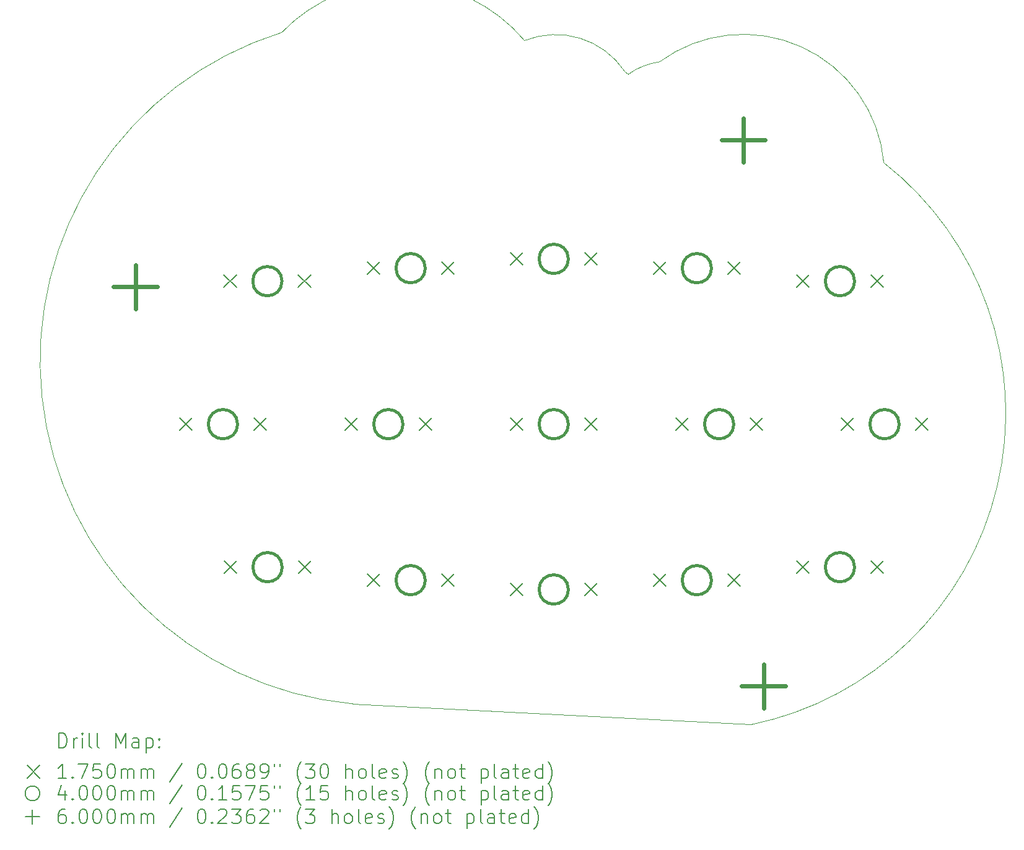
<source format=gbr>
%TF.GenerationSoftware,KiCad,Pcbnew,8.0.5-8.0.5-0~ubuntu22.04.1*%
%TF.CreationDate,2024-10-13T07:52:35-06:00*%
%TF.ProjectId,frogpad,66726f67-7061-4642-9e6b-696361645f70,rev?*%
%TF.SameCoordinates,Original*%
%TF.FileFunction,Drillmap*%
%TF.FilePolarity,Positive*%
%FSLAX45Y45*%
G04 Gerber Fmt 4.5, Leading zero omitted, Abs format (unit mm)*
G04 Created by KiCad (PCBNEW 8.0.5-8.0.5-0~ubuntu22.04.1) date 2024-10-13 07:52:35*
%MOMM*%
%LPD*%
G01*
G04 APERTURE LIST*
%ADD10C,0.100000*%
%ADD11C,0.200000*%
%ADD12C,0.175000*%
%ADD13C,0.400000*%
%ADD14C,0.600000*%
G04 APERTURE END LIST*
D10*
X17947787Y-6406427D02*
G75*
G02*
X16133500Y-14091382I-2682387J-3423373D01*
G01*
X14405086Y-5154933D02*
X14454931Y-5197400D01*
X14883813Y-5026267D02*
G75*
G02*
X17947787Y-6406427I1143587J-1552333D01*
G01*
X14454931Y-5197400D02*
G75*
G02*
X14883813Y-5026267I556469J-771600D01*
G01*
X9719368Y-4624958D02*
G75*
G02*
X13037157Y-4735854I1609032J-1547242D01*
G01*
X13037157Y-4735854D02*
G75*
G02*
X14405086Y-5154933I424843J-1055346D01*
G01*
X10689840Y-13806845D02*
G75*
G02*
X9719368Y-4624958I435360J4688245D01*
G01*
X16133500Y-14091382D02*
X10689840Y-13806845D01*
D11*
D12*
X8319900Y-9894700D02*
X8494900Y-10069700D01*
X8494900Y-9894700D02*
X8319900Y-10069700D01*
X8926960Y-7938900D02*
X9101960Y-8113900D01*
X9101960Y-7938900D02*
X8926960Y-8113900D01*
X8929500Y-11850500D02*
X9104500Y-12025500D01*
X9104500Y-11850500D02*
X8929500Y-12025500D01*
X9335900Y-9894700D02*
X9510900Y-10069700D01*
X9510900Y-9894700D02*
X9335900Y-10069700D01*
X9942960Y-7938900D02*
X10117960Y-8113900D01*
X10117960Y-7938900D02*
X9942960Y-8113900D01*
X9945500Y-11850500D02*
X10120500Y-12025500D01*
X10120500Y-11850500D02*
X9945500Y-12025500D01*
X10580500Y-9894700D02*
X10755500Y-10069700D01*
X10755500Y-9894700D02*
X10580500Y-10069700D01*
X10885300Y-7761100D02*
X11060300Y-7936100D01*
X11060300Y-7761100D02*
X10885300Y-7936100D01*
X10885300Y-12028300D02*
X11060300Y-12203300D01*
X11060300Y-12028300D02*
X10885300Y-12203300D01*
X11596500Y-9894700D02*
X11771500Y-10069700D01*
X11771500Y-9894700D02*
X11596500Y-10069700D01*
X11901300Y-7761100D02*
X12076300Y-7936100D01*
X12076300Y-7761100D02*
X11901300Y-7936100D01*
X11901300Y-12028300D02*
X12076300Y-12203300D01*
X12076300Y-12028300D02*
X11901300Y-12203300D01*
X12841100Y-7634100D02*
X13016100Y-7809100D01*
X13016100Y-7634100D02*
X12841100Y-7809100D01*
X12841100Y-9894700D02*
X13016100Y-10069700D01*
X13016100Y-9894700D02*
X12841100Y-10069700D01*
X12841100Y-12155300D02*
X13016100Y-12330300D01*
X13016100Y-12155300D02*
X12841100Y-12330300D01*
X13857100Y-7634100D02*
X14032100Y-7809100D01*
X14032100Y-7634100D02*
X13857100Y-7809100D01*
X13857100Y-9894700D02*
X14032100Y-10069700D01*
X14032100Y-9894700D02*
X13857100Y-10069700D01*
X13857100Y-12155300D02*
X14032100Y-12330300D01*
X14032100Y-12155300D02*
X13857100Y-12330300D01*
X14796900Y-7761100D02*
X14971900Y-7936100D01*
X14971900Y-7761100D02*
X14796900Y-7936100D01*
X14796900Y-12028300D02*
X14971900Y-12203300D01*
X14971900Y-12028300D02*
X14796900Y-12203300D01*
X15101700Y-9894700D02*
X15276700Y-10069700D01*
X15276700Y-9894700D02*
X15101700Y-10069700D01*
X15812900Y-7761100D02*
X15987900Y-7936100D01*
X15987900Y-7761100D02*
X15812900Y-7936100D01*
X15812900Y-12028300D02*
X15987900Y-12203300D01*
X15987900Y-12028300D02*
X15812900Y-12203300D01*
X16117700Y-9894700D02*
X16292700Y-10069700D01*
X16292700Y-9894700D02*
X16117700Y-10069700D01*
X16752700Y-7938900D02*
X16927700Y-8113900D01*
X16927700Y-7938900D02*
X16752700Y-8113900D01*
X16752700Y-11850500D02*
X16927700Y-12025500D01*
X16927700Y-11850500D02*
X16752700Y-12025500D01*
X17362300Y-9894700D02*
X17537300Y-10069700D01*
X17537300Y-9894700D02*
X17362300Y-10069700D01*
X17768700Y-7938900D02*
X17943700Y-8113900D01*
X17943700Y-7938900D02*
X17768700Y-8113900D01*
X17768700Y-11850500D02*
X17943700Y-12025500D01*
X17943700Y-11850500D02*
X17768700Y-12025500D01*
X18378300Y-9894700D02*
X18553300Y-10069700D01*
X18553300Y-9894700D02*
X18378300Y-10069700D01*
D13*
X9115400Y-9982200D02*
G75*
G02*
X8715400Y-9982200I-200000J0D01*
G01*
X8715400Y-9982200D02*
G75*
G02*
X9115400Y-9982200I200000J0D01*
G01*
X9722460Y-8026400D02*
G75*
G02*
X9322460Y-8026400I-200000J0D01*
G01*
X9322460Y-8026400D02*
G75*
G02*
X9722460Y-8026400I200000J0D01*
G01*
X9725000Y-11938000D02*
G75*
G02*
X9325000Y-11938000I-200000J0D01*
G01*
X9325000Y-11938000D02*
G75*
G02*
X9725000Y-11938000I200000J0D01*
G01*
X11376000Y-9982200D02*
G75*
G02*
X10976000Y-9982200I-200000J0D01*
G01*
X10976000Y-9982200D02*
G75*
G02*
X11376000Y-9982200I200000J0D01*
G01*
X11680800Y-7848600D02*
G75*
G02*
X11280800Y-7848600I-200000J0D01*
G01*
X11280800Y-7848600D02*
G75*
G02*
X11680800Y-7848600I200000J0D01*
G01*
X11680800Y-12115800D02*
G75*
G02*
X11280800Y-12115800I-200000J0D01*
G01*
X11280800Y-12115800D02*
G75*
G02*
X11680800Y-12115800I200000J0D01*
G01*
X13636600Y-7721600D02*
G75*
G02*
X13236600Y-7721600I-200000J0D01*
G01*
X13236600Y-7721600D02*
G75*
G02*
X13636600Y-7721600I200000J0D01*
G01*
X13636600Y-9982200D02*
G75*
G02*
X13236600Y-9982200I-200000J0D01*
G01*
X13236600Y-9982200D02*
G75*
G02*
X13636600Y-9982200I200000J0D01*
G01*
X13636600Y-12242800D02*
G75*
G02*
X13236600Y-12242800I-200000J0D01*
G01*
X13236600Y-12242800D02*
G75*
G02*
X13636600Y-12242800I200000J0D01*
G01*
X15592400Y-7848600D02*
G75*
G02*
X15192400Y-7848600I-200000J0D01*
G01*
X15192400Y-7848600D02*
G75*
G02*
X15592400Y-7848600I200000J0D01*
G01*
X15592400Y-12115800D02*
G75*
G02*
X15192400Y-12115800I-200000J0D01*
G01*
X15192400Y-12115800D02*
G75*
G02*
X15592400Y-12115800I200000J0D01*
G01*
X15897200Y-9982200D02*
G75*
G02*
X15497200Y-9982200I-200000J0D01*
G01*
X15497200Y-9982200D02*
G75*
G02*
X15897200Y-9982200I200000J0D01*
G01*
X17548200Y-8026400D02*
G75*
G02*
X17148200Y-8026400I-200000J0D01*
G01*
X17148200Y-8026400D02*
G75*
G02*
X17548200Y-8026400I200000J0D01*
G01*
X17548200Y-11938000D02*
G75*
G02*
X17148200Y-11938000I-200000J0D01*
G01*
X17148200Y-11938000D02*
G75*
G02*
X17548200Y-11938000I200000J0D01*
G01*
X18157800Y-9982200D02*
G75*
G02*
X17757800Y-9982200I-200000J0D01*
G01*
X17757800Y-9982200D02*
G75*
G02*
X18157800Y-9982200I200000J0D01*
G01*
D14*
X7721600Y-7802600D02*
X7721600Y-8402600D01*
X7421600Y-8102600D02*
X8021600Y-8102600D01*
X16028815Y-5796000D02*
X16028815Y-6396000D01*
X15728815Y-6096000D02*
X16328815Y-6096000D01*
X16306800Y-13265015D02*
X16306800Y-13865015D01*
X16006800Y-13565015D02*
X16606800Y-13565015D01*
D11*
X6672561Y-14407866D02*
X6672561Y-14207866D01*
X6672561Y-14207866D02*
X6720180Y-14207866D01*
X6720180Y-14207866D02*
X6748751Y-14217390D01*
X6748751Y-14217390D02*
X6767799Y-14236437D01*
X6767799Y-14236437D02*
X6777323Y-14255485D01*
X6777323Y-14255485D02*
X6786846Y-14293580D01*
X6786846Y-14293580D02*
X6786846Y-14322152D01*
X6786846Y-14322152D02*
X6777323Y-14360247D01*
X6777323Y-14360247D02*
X6767799Y-14379294D01*
X6767799Y-14379294D02*
X6748751Y-14398342D01*
X6748751Y-14398342D02*
X6720180Y-14407866D01*
X6720180Y-14407866D02*
X6672561Y-14407866D01*
X6872561Y-14407866D02*
X6872561Y-14274533D01*
X6872561Y-14312628D02*
X6882084Y-14293580D01*
X6882084Y-14293580D02*
X6891608Y-14284056D01*
X6891608Y-14284056D02*
X6910656Y-14274533D01*
X6910656Y-14274533D02*
X6929704Y-14274533D01*
X6996370Y-14407866D02*
X6996370Y-14274533D01*
X6996370Y-14207866D02*
X6986846Y-14217390D01*
X6986846Y-14217390D02*
X6996370Y-14226914D01*
X6996370Y-14226914D02*
X7005894Y-14217390D01*
X7005894Y-14217390D02*
X6996370Y-14207866D01*
X6996370Y-14207866D02*
X6996370Y-14226914D01*
X7120180Y-14407866D02*
X7101132Y-14398342D01*
X7101132Y-14398342D02*
X7091608Y-14379294D01*
X7091608Y-14379294D02*
X7091608Y-14207866D01*
X7224942Y-14407866D02*
X7205894Y-14398342D01*
X7205894Y-14398342D02*
X7196370Y-14379294D01*
X7196370Y-14379294D02*
X7196370Y-14207866D01*
X7453513Y-14407866D02*
X7453513Y-14207866D01*
X7453513Y-14207866D02*
X7520180Y-14350723D01*
X7520180Y-14350723D02*
X7586846Y-14207866D01*
X7586846Y-14207866D02*
X7586846Y-14407866D01*
X7767799Y-14407866D02*
X7767799Y-14303104D01*
X7767799Y-14303104D02*
X7758275Y-14284056D01*
X7758275Y-14284056D02*
X7739227Y-14274533D01*
X7739227Y-14274533D02*
X7701132Y-14274533D01*
X7701132Y-14274533D02*
X7682084Y-14284056D01*
X7767799Y-14398342D02*
X7748751Y-14407866D01*
X7748751Y-14407866D02*
X7701132Y-14407866D01*
X7701132Y-14407866D02*
X7682084Y-14398342D01*
X7682084Y-14398342D02*
X7672561Y-14379294D01*
X7672561Y-14379294D02*
X7672561Y-14360247D01*
X7672561Y-14360247D02*
X7682084Y-14341199D01*
X7682084Y-14341199D02*
X7701132Y-14331675D01*
X7701132Y-14331675D02*
X7748751Y-14331675D01*
X7748751Y-14331675D02*
X7767799Y-14322152D01*
X7863037Y-14274533D02*
X7863037Y-14474533D01*
X7863037Y-14284056D02*
X7882084Y-14274533D01*
X7882084Y-14274533D02*
X7920180Y-14274533D01*
X7920180Y-14274533D02*
X7939227Y-14284056D01*
X7939227Y-14284056D02*
X7948751Y-14293580D01*
X7948751Y-14293580D02*
X7958275Y-14312628D01*
X7958275Y-14312628D02*
X7958275Y-14369771D01*
X7958275Y-14369771D02*
X7948751Y-14388818D01*
X7948751Y-14388818D02*
X7939227Y-14398342D01*
X7939227Y-14398342D02*
X7920180Y-14407866D01*
X7920180Y-14407866D02*
X7882084Y-14407866D01*
X7882084Y-14407866D02*
X7863037Y-14398342D01*
X8043989Y-14388818D02*
X8053513Y-14398342D01*
X8053513Y-14398342D02*
X8043989Y-14407866D01*
X8043989Y-14407866D02*
X8034465Y-14398342D01*
X8034465Y-14398342D02*
X8043989Y-14388818D01*
X8043989Y-14388818D02*
X8043989Y-14407866D01*
X8043989Y-14284056D02*
X8053513Y-14293580D01*
X8053513Y-14293580D02*
X8043989Y-14303104D01*
X8043989Y-14303104D02*
X8034465Y-14293580D01*
X8034465Y-14293580D02*
X8043989Y-14284056D01*
X8043989Y-14284056D02*
X8043989Y-14303104D01*
D12*
X6236784Y-14648882D02*
X6411784Y-14823882D01*
X6411784Y-14648882D02*
X6236784Y-14823882D01*
D11*
X6777323Y-14827866D02*
X6663037Y-14827866D01*
X6720180Y-14827866D02*
X6720180Y-14627866D01*
X6720180Y-14627866D02*
X6701132Y-14656437D01*
X6701132Y-14656437D02*
X6682084Y-14675485D01*
X6682084Y-14675485D02*
X6663037Y-14685009D01*
X6863037Y-14808818D02*
X6872561Y-14818342D01*
X6872561Y-14818342D02*
X6863037Y-14827866D01*
X6863037Y-14827866D02*
X6853513Y-14818342D01*
X6853513Y-14818342D02*
X6863037Y-14808818D01*
X6863037Y-14808818D02*
X6863037Y-14827866D01*
X6939227Y-14627866D02*
X7072561Y-14627866D01*
X7072561Y-14627866D02*
X6986846Y-14827866D01*
X7243989Y-14627866D02*
X7148751Y-14627866D01*
X7148751Y-14627866D02*
X7139227Y-14723104D01*
X7139227Y-14723104D02*
X7148751Y-14713580D01*
X7148751Y-14713580D02*
X7167799Y-14704056D01*
X7167799Y-14704056D02*
X7215418Y-14704056D01*
X7215418Y-14704056D02*
X7234465Y-14713580D01*
X7234465Y-14713580D02*
X7243989Y-14723104D01*
X7243989Y-14723104D02*
X7253513Y-14742152D01*
X7253513Y-14742152D02*
X7253513Y-14789771D01*
X7253513Y-14789771D02*
X7243989Y-14808818D01*
X7243989Y-14808818D02*
X7234465Y-14818342D01*
X7234465Y-14818342D02*
X7215418Y-14827866D01*
X7215418Y-14827866D02*
X7167799Y-14827866D01*
X7167799Y-14827866D02*
X7148751Y-14818342D01*
X7148751Y-14818342D02*
X7139227Y-14808818D01*
X7377323Y-14627866D02*
X7396370Y-14627866D01*
X7396370Y-14627866D02*
X7415418Y-14637390D01*
X7415418Y-14637390D02*
X7424942Y-14646914D01*
X7424942Y-14646914D02*
X7434465Y-14665961D01*
X7434465Y-14665961D02*
X7443989Y-14704056D01*
X7443989Y-14704056D02*
X7443989Y-14751675D01*
X7443989Y-14751675D02*
X7434465Y-14789771D01*
X7434465Y-14789771D02*
X7424942Y-14808818D01*
X7424942Y-14808818D02*
X7415418Y-14818342D01*
X7415418Y-14818342D02*
X7396370Y-14827866D01*
X7396370Y-14827866D02*
X7377323Y-14827866D01*
X7377323Y-14827866D02*
X7358275Y-14818342D01*
X7358275Y-14818342D02*
X7348751Y-14808818D01*
X7348751Y-14808818D02*
X7339227Y-14789771D01*
X7339227Y-14789771D02*
X7329704Y-14751675D01*
X7329704Y-14751675D02*
X7329704Y-14704056D01*
X7329704Y-14704056D02*
X7339227Y-14665961D01*
X7339227Y-14665961D02*
X7348751Y-14646914D01*
X7348751Y-14646914D02*
X7358275Y-14637390D01*
X7358275Y-14637390D02*
X7377323Y-14627866D01*
X7529704Y-14827866D02*
X7529704Y-14694533D01*
X7529704Y-14713580D02*
X7539227Y-14704056D01*
X7539227Y-14704056D02*
X7558275Y-14694533D01*
X7558275Y-14694533D02*
X7586846Y-14694533D01*
X7586846Y-14694533D02*
X7605894Y-14704056D01*
X7605894Y-14704056D02*
X7615418Y-14723104D01*
X7615418Y-14723104D02*
X7615418Y-14827866D01*
X7615418Y-14723104D02*
X7624942Y-14704056D01*
X7624942Y-14704056D02*
X7643989Y-14694533D01*
X7643989Y-14694533D02*
X7672561Y-14694533D01*
X7672561Y-14694533D02*
X7691608Y-14704056D01*
X7691608Y-14704056D02*
X7701132Y-14723104D01*
X7701132Y-14723104D02*
X7701132Y-14827866D01*
X7796370Y-14827866D02*
X7796370Y-14694533D01*
X7796370Y-14713580D02*
X7805894Y-14704056D01*
X7805894Y-14704056D02*
X7824942Y-14694533D01*
X7824942Y-14694533D02*
X7853513Y-14694533D01*
X7853513Y-14694533D02*
X7872561Y-14704056D01*
X7872561Y-14704056D02*
X7882085Y-14723104D01*
X7882085Y-14723104D02*
X7882085Y-14827866D01*
X7882085Y-14723104D02*
X7891608Y-14704056D01*
X7891608Y-14704056D02*
X7910656Y-14694533D01*
X7910656Y-14694533D02*
X7939227Y-14694533D01*
X7939227Y-14694533D02*
X7958275Y-14704056D01*
X7958275Y-14704056D02*
X7967799Y-14723104D01*
X7967799Y-14723104D02*
X7967799Y-14827866D01*
X8358275Y-14618342D02*
X8186847Y-14875485D01*
X8615418Y-14627866D02*
X8634466Y-14627866D01*
X8634466Y-14627866D02*
X8653513Y-14637390D01*
X8653513Y-14637390D02*
X8663037Y-14646914D01*
X8663037Y-14646914D02*
X8672561Y-14665961D01*
X8672561Y-14665961D02*
X8682085Y-14704056D01*
X8682085Y-14704056D02*
X8682085Y-14751675D01*
X8682085Y-14751675D02*
X8672561Y-14789771D01*
X8672561Y-14789771D02*
X8663037Y-14808818D01*
X8663037Y-14808818D02*
X8653513Y-14818342D01*
X8653513Y-14818342D02*
X8634466Y-14827866D01*
X8634466Y-14827866D02*
X8615418Y-14827866D01*
X8615418Y-14827866D02*
X8596370Y-14818342D01*
X8596370Y-14818342D02*
X8586847Y-14808818D01*
X8586847Y-14808818D02*
X8577323Y-14789771D01*
X8577323Y-14789771D02*
X8567799Y-14751675D01*
X8567799Y-14751675D02*
X8567799Y-14704056D01*
X8567799Y-14704056D02*
X8577323Y-14665961D01*
X8577323Y-14665961D02*
X8586847Y-14646914D01*
X8586847Y-14646914D02*
X8596370Y-14637390D01*
X8596370Y-14637390D02*
X8615418Y-14627866D01*
X8767799Y-14808818D02*
X8777323Y-14818342D01*
X8777323Y-14818342D02*
X8767799Y-14827866D01*
X8767799Y-14827866D02*
X8758275Y-14818342D01*
X8758275Y-14818342D02*
X8767799Y-14808818D01*
X8767799Y-14808818D02*
X8767799Y-14827866D01*
X8901132Y-14627866D02*
X8920180Y-14627866D01*
X8920180Y-14627866D02*
X8939228Y-14637390D01*
X8939228Y-14637390D02*
X8948751Y-14646914D01*
X8948751Y-14646914D02*
X8958275Y-14665961D01*
X8958275Y-14665961D02*
X8967799Y-14704056D01*
X8967799Y-14704056D02*
X8967799Y-14751675D01*
X8967799Y-14751675D02*
X8958275Y-14789771D01*
X8958275Y-14789771D02*
X8948751Y-14808818D01*
X8948751Y-14808818D02*
X8939228Y-14818342D01*
X8939228Y-14818342D02*
X8920180Y-14827866D01*
X8920180Y-14827866D02*
X8901132Y-14827866D01*
X8901132Y-14827866D02*
X8882085Y-14818342D01*
X8882085Y-14818342D02*
X8872561Y-14808818D01*
X8872561Y-14808818D02*
X8863037Y-14789771D01*
X8863037Y-14789771D02*
X8853513Y-14751675D01*
X8853513Y-14751675D02*
X8853513Y-14704056D01*
X8853513Y-14704056D02*
X8863037Y-14665961D01*
X8863037Y-14665961D02*
X8872561Y-14646914D01*
X8872561Y-14646914D02*
X8882085Y-14637390D01*
X8882085Y-14637390D02*
X8901132Y-14627866D01*
X9139228Y-14627866D02*
X9101132Y-14627866D01*
X9101132Y-14627866D02*
X9082085Y-14637390D01*
X9082085Y-14637390D02*
X9072561Y-14646914D01*
X9072561Y-14646914D02*
X9053513Y-14675485D01*
X9053513Y-14675485D02*
X9043990Y-14713580D01*
X9043990Y-14713580D02*
X9043990Y-14789771D01*
X9043990Y-14789771D02*
X9053513Y-14808818D01*
X9053513Y-14808818D02*
X9063037Y-14818342D01*
X9063037Y-14818342D02*
X9082085Y-14827866D01*
X9082085Y-14827866D02*
X9120180Y-14827866D01*
X9120180Y-14827866D02*
X9139228Y-14818342D01*
X9139228Y-14818342D02*
X9148751Y-14808818D01*
X9148751Y-14808818D02*
X9158275Y-14789771D01*
X9158275Y-14789771D02*
X9158275Y-14742152D01*
X9158275Y-14742152D02*
X9148751Y-14723104D01*
X9148751Y-14723104D02*
X9139228Y-14713580D01*
X9139228Y-14713580D02*
X9120180Y-14704056D01*
X9120180Y-14704056D02*
X9082085Y-14704056D01*
X9082085Y-14704056D02*
X9063037Y-14713580D01*
X9063037Y-14713580D02*
X9053513Y-14723104D01*
X9053513Y-14723104D02*
X9043990Y-14742152D01*
X9272561Y-14713580D02*
X9253513Y-14704056D01*
X9253513Y-14704056D02*
X9243990Y-14694533D01*
X9243990Y-14694533D02*
X9234466Y-14675485D01*
X9234466Y-14675485D02*
X9234466Y-14665961D01*
X9234466Y-14665961D02*
X9243990Y-14646914D01*
X9243990Y-14646914D02*
X9253513Y-14637390D01*
X9253513Y-14637390D02*
X9272561Y-14627866D01*
X9272561Y-14627866D02*
X9310656Y-14627866D01*
X9310656Y-14627866D02*
X9329704Y-14637390D01*
X9329704Y-14637390D02*
X9339228Y-14646914D01*
X9339228Y-14646914D02*
X9348751Y-14665961D01*
X9348751Y-14665961D02*
X9348751Y-14675485D01*
X9348751Y-14675485D02*
X9339228Y-14694533D01*
X9339228Y-14694533D02*
X9329704Y-14704056D01*
X9329704Y-14704056D02*
X9310656Y-14713580D01*
X9310656Y-14713580D02*
X9272561Y-14713580D01*
X9272561Y-14713580D02*
X9253513Y-14723104D01*
X9253513Y-14723104D02*
X9243990Y-14732628D01*
X9243990Y-14732628D02*
X9234466Y-14751675D01*
X9234466Y-14751675D02*
X9234466Y-14789771D01*
X9234466Y-14789771D02*
X9243990Y-14808818D01*
X9243990Y-14808818D02*
X9253513Y-14818342D01*
X9253513Y-14818342D02*
X9272561Y-14827866D01*
X9272561Y-14827866D02*
X9310656Y-14827866D01*
X9310656Y-14827866D02*
X9329704Y-14818342D01*
X9329704Y-14818342D02*
X9339228Y-14808818D01*
X9339228Y-14808818D02*
X9348751Y-14789771D01*
X9348751Y-14789771D02*
X9348751Y-14751675D01*
X9348751Y-14751675D02*
X9339228Y-14732628D01*
X9339228Y-14732628D02*
X9329704Y-14723104D01*
X9329704Y-14723104D02*
X9310656Y-14713580D01*
X9443990Y-14827866D02*
X9482085Y-14827866D01*
X9482085Y-14827866D02*
X9501132Y-14818342D01*
X9501132Y-14818342D02*
X9510656Y-14808818D01*
X9510656Y-14808818D02*
X9529704Y-14780247D01*
X9529704Y-14780247D02*
X9539228Y-14742152D01*
X9539228Y-14742152D02*
X9539228Y-14665961D01*
X9539228Y-14665961D02*
X9529704Y-14646914D01*
X9529704Y-14646914D02*
X9520180Y-14637390D01*
X9520180Y-14637390D02*
X9501132Y-14627866D01*
X9501132Y-14627866D02*
X9463037Y-14627866D01*
X9463037Y-14627866D02*
X9443990Y-14637390D01*
X9443990Y-14637390D02*
X9434466Y-14646914D01*
X9434466Y-14646914D02*
X9424942Y-14665961D01*
X9424942Y-14665961D02*
X9424942Y-14713580D01*
X9424942Y-14713580D02*
X9434466Y-14732628D01*
X9434466Y-14732628D02*
X9443990Y-14742152D01*
X9443990Y-14742152D02*
X9463037Y-14751675D01*
X9463037Y-14751675D02*
X9501132Y-14751675D01*
X9501132Y-14751675D02*
X9520180Y-14742152D01*
X9520180Y-14742152D02*
X9529704Y-14732628D01*
X9529704Y-14732628D02*
X9539228Y-14713580D01*
X9615418Y-14627866D02*
X9615418Y-14665961D01*
X9691609Y-14627866D02*
X9691609Y-14665961D01*
X9986847Y-14904056D02*
X9977323Y-14894533D01*
X9977323Y-14894533D02*
X9958275Y-14865961D01*
X9958275Y-14865961D02*
X9948752Y-14846914D01*
X9948752Y-14846914D02*
X9939228Y-14818342D01*
X9939228Y-14818342D02*
X9929704Y-14770723D01*
X9929704Y-14770723D02*
X9929704Y-14732628D01*
X9929704Y-14732628D02*
X9939228Y-14685009D01*
X9939228Y-14685009D02*
X9948752Y-14656437D01*
X9948752Y-14656437D02*
X9958275Y-14637390D01*
X9958275Y-14637390D02*
X9977323Y-14608818D01*
X9977323Y-14608818D02*
X9986847Y-14599294D01*
X10043990Y-14627866D02*
X10167799Y-14627866D01*
X10167799Y-14627866D02*
X10101132Y-14704056D01*
X10101132Y-14704056D02*
X10129704Y-14704056D01*
X10129704Y-14704056D02*
X10148752Y-14713580D01*
X10148752Y-14713580D02*
X10158275Y-14723104D01*
X10158275Y-14723104D02*
X10167799Y-14742152D01*
X10167799Y-14742152D02*
X10167799Y-14789771D01*
X10167799Y-14789771D02*
X10158275Y-14808818D01*
X10158275Y-14808818D02*
X10148752Y-14818342D01*
X10148752Y-14818342D02*
X10129704Y-14827866D01*
X10129704Y-14827866D02*
X10072561Y-14827866D01*
X10072561Y-14827866D02*
X10053513Y-14818342D01*
X10053513Y-14818342D02*
X10043990Y-14808818D01*
X10291609Y-14627866D02*
X10310656Y-14627866D01*
X10310656Y-14627866D02*
X10329704Y-14637390D01*
X10329704Y-14637390D02*
X10339228Y-14646914D01*
X10339228Y-14646914D02*
X10348752Y-14665961D01*
X10348752Y-14665961D02*
X10358275Y-14704056D01*
X10358275Y-14704056D02*
X10358275Y-14751675D01*
X10358275Y-14751675D02*
X10348752Y-14789771D01*
X10348752Y-14789771D02*
X10339228Y-14808818D01*
X10339228Y-14808818D02*
X10329704Y-14818342D01*
X10329704Y-14818342D02*
X10310656Y-14827866D01*
X10310656Y-14827866D02*
X10291609Y-14827866D01*
X10291609Y-14827866D02*
X10272561Y-14818342D01*
X10272561Y-14818342D02*
X10263037Y-14808818D01*
X10263037Y-14808818D02*
X10253513Y-14789771D01*
X10253513Y-14789771D02*
X10243990Y-14751675D01*
X10243990Y-14751675D02*
X10243990Y-14704056D01*
X10243990Y-14704056D02*
X10253513Y-14665961D01*
X10253513Y-14665961D02*
X10263037Y-14646914D01*
X10263037Y-14646914D02*
X10272561Y-14637390D01*
X10272561Y-14637390D02*
X10291609Y-14627866D01*
X10596371Y-14827866D02*
X10596371Y-14627866D01*
X10682085Y-14827866D02*
X10682085Y-14723104D01*
X10682085Y-14723104D02*
X10672561Y-14704056D01*
X10672561Y-14704056D02*
X10653514Y-14694533D01*
X10653514Y-14694533D02*
X10624942Y-14694533D01*
X10624942Y-14694533D02*
X10605894Y-14704056D01*
X10605894Y-14704056D02*
X10596371Y-14713580D01*
X10805894Y-14827866D02*
X10786847Y-14818342D01*
X10786847Y-14818342D02*
X10777323Y-14808818D01*
X10777323Y-14808818D02*
X10767799Y-14789771D01*
X10767799Y-14789771D02*
X10767799Y-14732628D01*
X10767799Y-14732628D02*
X10777323Y-14713580D01*
X10777323Y-14713580D02*
X10786847Y-14704056D01*
X10786847Y-14704056D02*
X10805894Y-14694533D01*
X10805894Y-14694533D02*
X10834466Y-14694533D01*
X10834466Y-14694533D02*
X10853514Y-14704056D01*
X10853514Y-14704056D02*
X10863037Y-14713580D01*
X10863037Y-14713580D02*
X10872561Y-14732628D01*
X10872561Y-14732628D02*
X10872561Y-14789771D01*
X10872561Y-14789771D02*
X10863037Y-14808818D01*
X10863037Y-14808818D02*
X10853514Y-14818342D01*
X10853514Y-14818342D02*
X10834466Y-14827866D01*
X10834466Y-14827866D02*
X10805894Y-14827866D01*
X10986847Y-14827866D02*
X10967799Y-14818342D01*
X10967799Y-14818342D02*
X10958275Y-14799294D01*
X10958275Y-14799294D02*
X10958275Y-14627866D01*
X11139228Y-14818342D02*
X11120180Y-14827866D01*
X11120180Y-14827866D02*
X11082085Y-14827866D01*
X11082085Y-14827866D02*
X11063037Y-14818342D01*
X11063037Y-14818342D02*
X11053514Y-14799294D01*
X11053514Y-14799294D02*
X11053514Y-14723104D01*
X11053514Y-14723104D02*
X11063037Y-14704056D01*
X11063037Y-14704056D02*
X11082085Y-14694533D01*
X11082085Y-14694533D02*
X11120180Y-14694533D01*
X11120180Y-14694533D02*
X11139228Y-14704056D01*
X11139228Y-14704056D02*
X11148752Y-14723104D01*
X11148752Y-14723104D02*
X11148752Y-14742152D01*
X11148752Y-14742152D02*
X11053514Y-14761199D01*
X11224942Y-14818342D02*
X11243990Y-14827866D01*
X11243990Y-14827866D02*
X11282085Y-14827866D01*
X11282085Y-14827866D02*
X11301133Y-14818342D01*
X11301133Y-14818342D02*
X11310656Y-14799294D01*
X11310656Y-14799294D02*
X11310656Y-14789771D01*
X11310656Y-14789771D02*
X11301133Y-14770723D01*
X11301133Y-14770723D02*
X11282085Y-14761199D01*
X11282085Y-14761199D02*
X11253513Y-14761199D01*
X11253513Y-14761199D02*
X11234466Y-14751675D01*
X11234466Y-14751675D02*
X11224942Y-14732628D01*
X11224942Y-14732628D02*
X11224942Y-14723104D01*
X11224942Y-14723104D02*
X11234466Y-14704056D01*
X11234466Y-14704056D02*
X11253513Y-14694533D01*
X11253513Y-14694533D02*
X11282085Y-14694533D01*
X11282085Y-14694533D02*
X11301133Y-14704056D01*
X11377323Y-14904056D02*
X11386847Y-14894533D01*
X11386847Y-14894533D02*
X11405894Y-14865961D01*
X11405894Y-14865961D02*
X11415418Y-14846914D01*
X11415418Y-14846914D02*
X11424942Y-14818342D01*
X11424942Y-14818342D02*
X11434466Y-14770723D01*
X11434466Y-14770723D02*
X11434466Y-14732628D01*
X11434466Y-14732628D02*
X11424942Y-14685009D01*
X11424942Y-14685009D02*
X11415418Y-14656437D01*
X11415418Y-14656437D02*
X11405894Y-14637390D01*
X11405894Y-14637390D02*
X11386847Y-14608818D01*
X11386847Y-14608818D02*
X11377323Y-14599294D01*
X11739228Y-14904056D02*
X11729704Y-14894533D01*
X11729704Y-14894533D02*
X11710656Y-14865961D01*
X11710656Y-14865961D02*
X11701133Y-14846914D01*
X11701133Y-14846914D02*
X11691609Y-14818342D01*
X11691609Y-14818342D02*
X11682085Y-14770723D01*
X11682085Y-14770723D02*
X11682085Y-14732628D01*
X11682085Y-14732628D02*
X11691609Y-14685009D01*
X11691609Y-14685009D02*
X11701133Y-14656437D01*
X11701133Y-14656437D02*
X11710656Y-14637390D01*
X11710656Y-14637390D02*
X11729704Y-14608818D01*
X11729704Y-14608818D02*
X11739228Y-14599294D01*
X11815418Y-14694533D02*
X11815418Y-14827866D01*
X11815418Y-14713580D02*
X11824942Y-14704056D01*
X11824942Y-14704056D02*
X11843990Y-14694533D01*
X11843990Y-14694533D02*
X11872561Y-14694533D01*
X11872561Y-14694533D02*
X11891609Y-14704056D01*
X11891609Y-14704056D02*
X11901133Y-14723104D01*
X11901133Y-14723104D02*
X11901133Y-14827866D01*
X12024942Y-14827866D02*
X12005894Y-14818342D01*
X12005894Y-14818342D02*
X11996371Y-14808818D01*
X11996371Y-14808818D02*
X11986847Y-14789771D01*
X11986847Y-14789771D02*
X11986847Y-14732628D01*
X11986847Y-14732628D02*
X11996371Y-14713580D01*
X11996371Y-14713580D02*
X12005894Y-14704056D01*
X12005894Y-14704056D02*
X12024942Y-14694533D01*
X12024942Y-14694533D02*
X12053514Y-14694533D01*
X12053514Y-14694533D02*
X12072561Y-14704056D01*
X12072561Y-14704056D02*
X12082085Y-14713580D01*
X12082085Y-14713580D02*
X12091609Y-14732628D01*
X12091609Y-14732628D02*
X12091609Y-14789771D01*
X12091609Y-14789771D02*
X12082085Y-14808818D01*
X12082085Y-14808818D02*
X12072561Y-14818342D01*
X12072561Y-14818342D02*
X12053514Y-14827866D01*
X12053514Y-14827866D02*
X12024942Y-14827866D01*
X12148752Y-14694533D02*
X12224942Y-14694533D01*
X12177323Y-14627866D02*
X12177323Y-14799294D01*
X12177323Y-14799294D02*
X12186847Y-14818342D01*
X12186847Y-14818342D02*
X12205894Y-14827866D01*
X12205894Y-14827866D02*
X12224942Y-14827866D01*
X12443990Y-14694533D02*
X12443990Y-14894533D01*
X12443990Y-14704056D02*
X12463037Y-14694533D01*
X12463037Y-14694533D02*
X12501133Y-14694533D01*
X12501133Y-14694533D02*
X12520180Y-14704056D01*
X12520180Y-14704056D02*
X12529704Y-14713580D01*
X12529704Y-14713580D02*
X12539228Y-14732628D01*
X12539228Y-14732628D02*
X12539228Y-14789771D01*
X12539228Y-14789771D02*
X12529704Y-14808818D01*
X12529704Y-14808818D02*
X12520180Y-14818342D01*
X12520180Y-14818342D02*
X12501133Y-14827866D01*
X12501133Y-14827866D02*
X12463037Y-14827866D01*
X12463037Y-14827866D02*
X12443990Y-14818342D01*
X12653514Y-14827866D02*
X12634466Y-14818342D01*
X12634466Y-14818342D02*
X12624942Y-14799294D01*
X12624942Y-14799294D02*
X12624942Y-14627866D01*
X12815418Y-14827866D02*
X12815418Y-14723104D01*
X12815418Y-14723104D02*
X12805895Y-14704056D01*
X12805895Y-14704056D02*
X12786847Y-14694533D01*
X12786847Y-14694533D02*
X12748752Y-14694533D01*
X12748752Y-14694533D02*
X12729704Y-14704056D01*
X12815418Y-14818342D02*
X12796371Y-14827866D01*
X12796371Y-14827866D02*
X12748752Y-14827866D01*
X12748752Y-14827866D02*
X12729704Y-14818342D01*
X12729704Y-14818342D02*
X12720180Y-14799294D01*
X12720180Y-14799294D02*
X12720180Y-14780247D01*
X12720180Y-14780247D02*
X12729704Y-14761199D01*
X12729704Y-14761199D02*
X12748752Y-14751675D01*
X12748752Y-14751675D02*
X12796371Y-14751675D01*
X12796371Y-14751675D02*
X12815418Y-14742152D01*
X12882085Y-14694533D02*
X12958275Y-14694533D01*
X12910656Y-14627866D02*
X12910656Y-14799294D01*
X12910656Y-14799294D02*
X12920180Y-14818342D01*
X12920180Y-14818342D02*
X12939228Y-14827866D01*
X12939228Y-14827866D02*
X12958275Y-14827866D01*
X13101133Y-14818342D02*
X13082085Y-14827866D01*
X13082085Y-14827866D02*
X13043990Y-14827866D01*
X13043990Y-14827866D02*
X13024942Y-14818342D01*
X13024942Y-14818342D02*
X13015418Y-14799294D01*
X13015418Y-14799294D02*
X13015418Y-14723104D01*
X13015418Y-14723104D02*
X13024942Y-14704056D01*
X13024942Y-14704056D02*
X13043990Y-14694533D01*
X13043990Y-14694533D02*
X13082085Y-14694533D01*
X13082085Y-14694533D02*
X13101133Y-14704056D01*
X13101133Y-14704056D02*
X13110656Y-14723104D01*
X13110656Y-14723104D02*
X13110656Y-14742152D01*
X13110656Y-14742152D02*
X13015418Y-14761199D01*
X13282085Y-14827866D02*
X13282085Y-14627866D01*
X13282085Y-14818342D02*
X13263037Y-14827866D01*
X13263037Y-14827866D02*
X13224942Y-14827866D01*
X13224942Y-14827866D02*
X13205895Y-14818342D01*
X13205895Y-14818342D02*
X13196371Y-14808818D01*
X13196371Y-14808818D02*
X13186847Y-14789771D01*
X13186847Y-14789771D02*
X13186847Y-14732628D01*
X13186847Y-14732628D02*
X13196371Y-14713580D01*
X13196371Y-14713580D02*
X13205895Y-14704056D01*
X13205895Y-14704056D02*
X13224942Y-14694533D01*
X13224942Y-14694533D02*
X13263037Y-14694533D01*
X13263037Y-14694533D02*
X13282085Y-14704056D01*
X13358276Y-14904056D02*
X13367799Y-14894533D01*
X13367799Y-14894533D02*
X13386847Y-14865961D01*
X13386847Y-14865961D02*
X13396371Y-14846914D01*
X13396371Y-14846914D02*
X13405895Y-14818342D01*
X13405895Y-14818342D02*
X13415418Y-14770723D01*
X13415418Y-14770723D02*
X13415418Y-14732628D01*
X13415418Y-14732628D02*
X13405895Y-14685009D01*
X13405895Y-14685009D02*
X13396371Y-14656437D01*
X13396371Y-14656437D02*
X13386847Y-14637390D01*
X13386847Y-14637390D02*
X13367799Y-14608818D01*
X13367799Y-14608818D02*
X13358276Y-14599294D01*
X6411784Y-15031382D02*
G75*
G02*
X6211784Y-15031382I-100000J0D01*
G01*
X6211784Y-15031382D02*
G75*
G02*
X6411784Y-15031382I100000J0D01*
G01*
X6758275Y-14989533D02*
X6758275Y-15122866D01*
X6710656Y-14913342D02*
X6663037Y-15056199D01*
X6663037Y-15056199D02*
X6786846Y-15056199D01*
X6863037Y-15103818D02*
X6872561Y-15113342D01*
X6872561Y-15113342D02*
X6863037Y-15122866D01*
X6863037Y-15122866D02*
X6853513Y-15113342D01*
X6853513Y-15113342D02*
X6863037Y-15103818D01*
X6863037Y-15103818D02*
X6863037Y-15122866D01*
X6996370Y-14922866D02*
X7015418Y-14922866D01*
X7015418Y-14922866D02*
X7034465Y-14932390D01*
X7034465Y-14932390D02*
X7043989Y-14941914D01*
X7043989Y-14941914D02*
X7053513Y-14960961D01*
X7053513Y-14960961D02*
X7063037Y-14999056D01*
X7063037Y-14999056D02*
X7063037Y-15046675D01*
X7063037Y-15046675D02*
X7053513Y-15084771D01*
X7053513Y-15084771D02*
X7043989Y-15103818D01*
X7043989Y-15103818D02*
X7034465Y-15113342D01*
X7034465Y-15113342D02*
X7015418Y-15122866D01*
X7015418Y-15122866D02*
X6996370Y-15122866D01*
X6996370Y-15122866D02*
X6977323Y-15113342D01*
X6977323Y-15113342D02*
X6967799Y-15103818D01*
X6967799Y-15103818D02*
X6958275Y-15084771D01*
X6958275Y-15084771D02*
X6948751Y-15046675D01*
X6948751Y-15046675D02*
X6948751Y-14999056D01*
X6948751Y-14999056D02*
X6958275Y-14960961D01*
X6958275Y-14960961D02*
X6967799Y-14941914D01*
X6967799Y-14941914D02*
X6977323Y-14932390D01*
X6977323Y-14932390D02*
X6996370Y-14922866D01*
X7186846Y-14922866D02*
X7205894Y-14922866D01*
X7205894Y-14922866D02*
X7224942Y-14932390D01*
X7224942Y-14932390D02*
X7234465Y-14941914D01*
X7234465Y-14941914D02*
X7243989Y-14960961D01*
X7243989Y-14960961D02*
X7253513Y-14999056D01*
X7253513Y-14999056D02*
X7253513Y-15046675D01*
X7253513Y-15046675D02*
X7243989Y-15084771D01*
X7243989Y-15084771D02*
X7234465Y-15103818D01*
X7234465Y-15103818D02*
X7224942Y-15113342D01*
X7224942Y-15113342D02*
X7205894Y-15122866D01*
X7205894Y-15122866D02*
X7186846Y-15122866D01*
X7186846Y-15122866D02*
X7167799Y-15113342D01*
X7167799Y-15113342D02*
X7158275Y-15103818D01*
X7158275Y-15103818D02*
X7148751Y-15084771D01*
X7148751Y-15084771D02*
X7139227Y-15046675D01*
X7139227Y-15046675D02*
X7139227Y-14999056D01*
X7139227Y-14999056D02*
X7148751Y-14960961D01*
X7148751Y-14960961D02*
X7158275Y-14941914D01*
X7158275Y-14941914D02*
X7167799Y-14932390D01*
X7167799Y-14932390D02*
X7186846Y-14922866D01*
X7377323Y-14922866D02*
X7396370Y-14922866D01*
X7396370Y-14922866D02*
X7415418Y-14932390D01*
X7415418Y-14932390D02*
X7424942Y-14941914D01*
X7424942Y-14941914D02*
X7434465Y-14960961D01*
X7434465Y-14960961D02*
X7443989Y-14999056D01*
X7443989Y-14999056D02*
X7443989Y-15046675D01*
X7443989Y-15046675D02*
X7434465Y-15084771D01*
X7434465Y-15084771D02*
X7424942Y-15103818D01*
X7424942Y-15103818D02*
X7415418Y-15113342D01*
X7415418Y-15113342D02*
X7396370Y-15122866D01*
X7396370Y-15122866D02*
X7377323Y-15122866D01*
X7377323Y-15122866D02*
X7358275Y-15113342D01*
X7358275Y-15113342D02*
X7348751Y-15103818D01*
X7348751Y-15103818D02*
X7339227Y-15084771D01*
X7339227Y-15084771D02*
X7329704Y-15046675D01*
X7329704Y-15046675D02*
X7329704Y-14999056D01*
X7329704Y-14999056D02*
X7339227Y-14960961D01*
X7339227Y-14960961D02*
X7348751Y-14941914D01*
X7348751Y-14941914D02*
X7358275Y-14932390D01*
X7358275Y-14932390D02*
X7377323Y-14922866D01*
X7529704Y-15122866D02*
X7529704Y-14989533D01*
X7529704Y-15008580D02*
X7539227Y-14999056D01*
X7539227Y-14999056D02*
X7558275Y-14989533D01*
X7558275Y-14989533D02*
X7586846Y-14989533D01*
X7586846Y-14989533D02*
X7605894Y-14999056D01*
X7605894Y-14999056D02*
X7615418Y-15018104D01*
X7615418Y-15018104D02*
X7615418Y-15122866D01*
X7615418Y-15018104D02*
X7624942Y-14999056D01*
X7624942Y-14999056D02*
X7643989Y-14989533D01*
X7643989Y-14989533D02*
X7672561Y-14989533D01*
X7672561Y-14989533D02*
X7691608Y-14999056D01*
X7691608Y-14999056D02*
X7701132Y-15018104D01*
X7701132Y-15018104D02*
X7701132Y-15122866D01*
X7796370Y-15122866D02*
X7796370Y-14989533D01*
X7796370Y-15008580D02*
X7805894Y-14999056D01*
X7805894Y-14999056D02*
X7824942Y-14989533D01*
X7824942Y-14989533D02*
X7853513Y-14989533D01*
X7853513Y-14989533D02*
X7872561Y-14999056D01*
X7872561Y-14999056D02*
X7882085Y-15018104D01*
X7882085Y-15018104D02*
X7882085Y-15122866D01*
X7882085Y-15018104D02*
X7891608Y-14999056D01*
X7891608Y-14999056D02*
X7910656Y-14989533D01*
X7910656Y-14989533D02*
X7939227Y-14989533D01*
X7939227Y-14989533D02*
X7958275Y-14999056D01*
X7958275Y-14999056D02*
X7967799Y-15018104D01*
X7967799Y-15018104D02*
X7967799Y-15122866D01*
X8358275Y-14913342D02*
X8186847Y-15170485D01*
X8615418Y-14922866D02*
X8634466Y-14922866D01*
X8634466Y-14922866D02*
X8653513Y-14932390D01*
X8653513Y-14932390D02*
X8663037Y-14941914D01*
X8663037Y-14941914D02*
X8672561Y-14960961D01*
X8672561Y-14960961D02*
X8682085Y-14999056D01*
X8682085Y-14999056D02*
X8682085Y-15046675D01*
X8682085Y-15046675D02*
X8672561Y-15084771D01*
X8672561Y-15084771D02*
X8663037Y-15103818D01*
X8663037Y-15103818D02*
X8653513Y-15113342D01*
X8653513Y-15113342D02*
X8634466Y-15122866D01*
X8634466Y-15122866D02*
X8615418Y-15122866D01*
X8615418Y-15122866D02*
X8596370Y-15113342D01*
X8596370Y-15113342D02*
X8586847Y-15103818D01*
X8586847Y-15103818D02*
X8577323Y-15084771D01*
X8577323Y-15084771D02*
X8567799Y-15046675D01*
X8567799Y-15046675D02*
X8567799Y-14999056D01*
X8567799Y-14999056D02*
X8577323Y-14960961D01*
X8577323Y-14960961D02*
X8586847Y-14941914D01*
X8586847Y-14941914D02*
X8596370Y-14932390D01*
X8596370Y-14932390D02*
X8615418Y-14922866D01*
X8767799Y-15103818D02*
X8777323Y-15113342D01*
X8777323Y-15113342D02*
X8767799Y-15122866D01*
X8767799Y-15122866D02*
X8758275Y-15113342D01*
X8758275Y-15113342D02*
X8767799Y-15103818D01*
X8767799Y-15103818D02*
X8767799Y-15122866D01*
X8967799Y-15122866D02*
X8853513Y-15122866D01*
X8910656Y-15122866D02*
X8910656Y-14922866D01*
X8910656Y-14922866D02*
X8891609Y-14951437D01*
X8891609Y-14951437D02*
X8872561Y-14970485D01*
X8872561Y-14970485D02*
X8853513Y-14980009D01*
X9148751Y-14922866D02*
X9053513Y-14922866D01*
X9053513Y-14922866D02*
X9043990Y-15018104D01*
X9043990Y-15018104D02*
X9053513Y-15008580D01*
X9053513Y-15008580D02*
X9072561Y-14999056D01*
X9072561Y-14999056D02*
X9120180Y-14999056D01*
X9120180Y-14999056D02*
X9139228Y-15008580D01*
X9139228Y-15008580D02*
X9148751Y-15018104D01*
X9148751Y-15018104D02*
X9158275Y-15037152D01*
X9158275Y-15037152D02*
X9158275Y-15084771D01*
X9158275Y-15084771D02*
X9148751Y-15103818D01*
X9148751Y-15103818D02*
X9139228Y-15113342D01*
X9139228Y-15113342D02*
X9120180Y-15122866D01*
X9120180Y-15122866D02*
X9072561Y-15122866D01*
X9072561Y-15122866D02*
X9053513Y-15113342D01*
X9053513Y-15113342D02*
X9043990Y-15103818D01*
X9224942Y-14922866D02*
X9358275Y-14922866D01*
X9358275Y-14922866D02*
X9272561Y-15122866D01*
X9529704Y-14922866D02*
X9434466Y-14922866D01*
X9434466Y-14922866D02*
X9424942Y-15018104D01*
X9424942Y-15018104D02*
X9434466Y-15008580D01*
X9434466Y-15008580D02*
X9453513Y-14999056D01*
X9453513Y-14999056D02*
X9501132Y-14999056D01*
X9501132Y-14999056D02*
X9520180Y-15008580D01*
X9520180Y-15008580D02*
X9529704Y-15018104D01*
X9529704Y-15018104D02*
X9539228Y-15037152D01*
X9539228Y-15037152D02*
X9539228Y-15084771D01*
X9539228Y-15084771D02*
X9529704Y-15103818D01*
X9529704Y-15103818D02*
X9520180Y-15113342D01*
X9520180Y-15113342D02*
X9501132Y-15122866D01*
X9501132Y-15122866D02*
X9453513Y-15122866D01*
X9453513Y-15122866D02*
X9434466Y-15113342D01*
X9434466Y-15113342D02*
X9424942Y-15103818D01*
X9615418Y-14922866D02*
X9615418Y-14960961D01*
X9691609Y-14922866D02*
X9691609Y-14960961D01*
X9986847Y-15199056D02*
X9977323Y-15189533D01*
X9977323Y-15189533D02*
X9958275Y-15160961D01*
X9958275Y-15160961D02*
X9948752Y-15141914D01*
X9948752Y-15141914D02*
X9939228Y-15113342D01*
X9939228Y-15113342D02*
X9929704Y-15065723D01*
X9929704Y-15065723D02*
X9929704Y-15027628D01*
X9929704Y-15027628D02*
X9939228Y-14980009D01*
X9939228Y-14980009D02*
X9948752Y-14951437D01*
X9948752Y-14951437D02*
X9958275Y-14932390D01*
X9958275Y-14932390D02*
X9977323Y-14903818D01*
X9977323Y-14903818D02*
X9986847Y-14894294D01*
X10167799Y-15122866D02*
X10053513Y-15122866D01*
X10110656Y-15122866D02*
X10110656Y-14922866D01*
X10110656Y-14922866D02*
X10091609Y-14951437D01*
X10091609Y-14951437D02*
X10072561Y-14970485D01*
X10072561Y-14970485D02*
X10053513Y-14980009D01*
X10348752Y-14922866D02*
X10253513Y-14922866D01*
X10253513Y-14922866D02*
X10243990Y-15018104D01*
X10243990Y-15018104D02*
X10253513Y-15008580D01*
X10253513Y-15008580D02*
X10272561Y-14999056D01*
X10272561Y-14999056D02*
X10320180Y-14999056D01*
X10320180Y-14999056D02*
X10339228Y-15008580D01*
X10339228Y-15008580D02*
X10348752Y-15018104D01*
X10348752Y-15018104D02*
X10358275Y-15037152D01*
X10358275Y-15037152D02*
X10358275Y-15084771D01*
X10358275Y-15084771D02*
X10348752Y-15103818D01*
X10348752Y-15103818D02*
X10339228Y-15113342D01*
X10339228Y-15113342D02*
X10320180Y-15122866D01*
X10320180Y-15122866D02*
X10272561Y-15122866D01*
X10272561Y-15122866D02*
X10253513Y-15113342D01*
X10253513Y-15113342D02*
X10243990Y-15103818D01*
X10596371Y-15122866D02*
X10596371Y-14922866D01*
X10682085Y-15122866D02*
X10682085Y-15018104D01*
X10682085Y-15018104D02*
X10672561Y-14999056D01*
X10672561Y-14999056D02*
X10653514Y-14989533D01*
X10653514Y-14989533D02*
X10624942Y-14989533D01*
X10624942Y-14989533D02*
X10605894Y-14999056D01*
X10605894Y-14999056D02*
X10596371Y-15008580D01*
X10805894Y-15122866D02*
X10786847Y-15113342D01*
X10786847Y-15113342D02*
X10777323Y-15103818D01*
X10777323Y-15103818D02*
X10767799Y-15084771D01*
X10767799Y-15084771D02*
X10767799Y-15027628D01*
X10767799Y-15027628D02*
X10777323Y-15008580D01*
X10777323Y-15008580D02*
X10786847Y-14999056D01*
X10786847Y-14999056D02*
X10805894Y-14989533D01*
X10805894Y-14989533D02*
X10834466Y-14989533D01*
X10834466Y-14989533D02*
X10853514Y-14999056D01*
X10853514Y-14999056D02*
X10863037Y-15008580D01*
X10863037Y-15008580D02*
X10872561Y-15027628D01*
X10872561Y-15027628D02*
X10872561Y-15084771D01*
X10872561Y-15084771D02*
X10863037Y-15103818D01*
X10863037Y-15103818D02*
X10853514Y-15113342D01*
X10853514Y-15113342D02*
X10834466Y-15122866D01*
X10834466Y-15122866D02*
X10805894Y-15122866D01*
X10986847Y-15122866D02*
X10967799Y-15113342D01*
X10967799Y-15113342D02*
X10958275Y-15094294D01*
X10958275Y-15094294D02*
X10958275Y-14922866D01*
X11139228Y-15113342D02*
X11120180Y-15122866D01*
X11120180Y-15122866D02*
X11082085Y-15122866D01*
X11082085Y-15122866D02*
X11063037Y-15113342D01*
X11063037Y-15113342D02*
X11053514Y-15094294D01*
X11053514Y-15094294D02*
X11053514Y-15018104D01*
X11053514Y-15018104D02*
X11063037Y-14999056D01*
X11063037Y-14999056D02*
X11082085Y-14989533D01*
X11082085Y-14989533D02*
X11120180Y-14989533D01*
X11120180Y-14989533D02*
X11139228Y-14999056D01*
X11139228Y-14999056D02*
X11148752Y-15018104D01*
X11148752Y-15018104D02*
X11148752Y-15037152D01*
X11148752Y-15037152D02*
X11053514Y-15056199D01*
X11224942Y-15113342D02*
X11243990Y-15122866D01*
X11243990Y-15122866D02*
X11282085Y-15122866D01*
X11282085Y-15122866D02*
X11301133Y-15113342D01*
X11301133Y-15113342D02*
X11310656Y-15094294D01*
X11310656Y-15094294D02*
X11310656Y-15084771D01*
X11310656Y-15084771D02*
X11301133Y-15065723D01*
X11301133Y-15065723D02*
X11282085Y-15056199D01*
X11282085Y-15056199D02*
X11253513Y-15056199D01*
X11253513Y-15056199D02*
X11234466Y-15046675D01*
X11234466Y-15046675D02*
X11224942Y-15027628D01*
X11224942Y-15027628D02*
X11224942Y-15018104D01*
X11224942Y-15018104D02*
X11234466Y-14999056D01*
X11234466Y-14999056D02*
X11253513Y-14989533D01*
X11253513Y-14989533D02*
X11282085Y-14989533D01*
X11282085Y-14989533D02*
X11301133Y-14999056D01*
X11377323Y-15199056D02*
X11386847Y-15189533D01*
X11386847Y-15189533D02*
X11405894Y-15160961D01*
X11405894Y-15160961D02*
X11415418Y-15141914D01*
X11415418Y-15141914D02*
X11424942Y-15113342D01*
X11424942Y-15113342D02*
X11434466Y-15065723D01*
X11434466Y-15065723D02*
X11434466Y-15027628D01*
X11434466Y-15027628D02*
X11424942Y-14980009D01*
X11424942Y-14980009D02*
X11415418Y-14951437D01*
X11415418Y-14951437D02*
X11405894Y-14932390D01*
X11405894Y-14932390D02*
X11386847Y-14903818D01*
X11386847Y-14903818D02*
X11377323Y-14894294D01*
X11739228Y-15199056D02*
X11729704Y-15189533D01*
X11729704Y-15189533D02*
X11710656Y-15160961D01*
X11710656Y-15160961D02*
X11701133Y-15141914D01*
X11701133Y-15141914D02*
X11691609Y-15113342D01*
X11691609Y-15113342D02*
X11682085Y-15065723D01*
X11682085Y-15065723D02*
X11682085Y-15027628D01*
X11682085Y-15027628D02*
X11691609Y-14980009D01*
X11691609Y-14980009D02*
X11701133Y-14951437D01*
X11701133Y-14951437D02*
X11710656Y-14932390D01*
X11710656Y-14932390D02*
X11729704Y-14903818D01*
X11729704Y-14903818D02*
X11739228Y-14894294D01*
X11815418Y-14989533D02*
X11815418Y-15122866D01*
X11815418Y-15008580D02*
X11824942Y-14999056D01*
X11824942Y-14999056D02*
X11843990Y-14989533D01*
X11843990Y-14989533D02*
X11872561Y-14989533D01*
X11872561Y-14989533D02*
X11891609Y-14999056D01*
X11891609Y-14999056D02*
X11901133Y-15018104D01*
X11901133Y-15018104D02*
X11901133Y-15122866D01*
X12024942Y-15122866D02*
X12005894Y-15113342D01*
X12005894Y-15113342D02*
X11996371Y-15103818D01*
X11996371Y-15103818D02*
X11986847Y-15084771D01*
X11986847Y-15084771D02*
X11986847Y-15027628D01*
X11986847Y-15027628D02*
X11996371Y-15008580D01*
X11996371Y-15008580D02*
X12005894Y-14999056D01*
X12005894Y-14999056D02*
X12024942Y-14989533D01*
X12024942Y-14989533D02*
X12053514Y-14989533D01*
X12053514Y-14989533D02*
X12072561Y-14999056D01*
X12072561Y-14999056D02*
X12082085Y-15008580D01*
X12082085Y-15008580D02*
X12091609Y-15027628D01*
X12091609Y-15027628D02*
X12091609Y-15084771D01*
X12091609Y-15084771D02*
X12082085Y-15103818D01*
X12082085Y-15103818D02*
X12072561Y-15113342D01*
X12072561Y-15113342D02*
X12053514Y-15122866D01*
X12053514Y-15122866D02*
X12024942Y-15122866D01*
X12148752Y-14989533D02*
X12224942Y-14989533D01*
X12177323Y-14922866D02*
X12177323Y-15094294D01*
X12177323Y-15094294D02*
X12186847Y-15113342D01*
X12186847Y-15113342D02*
X12205894Y-15122866D01*
X12205894Y-15122866D02*
X12224942Y-15122866D01*
X12443990Y-14989533D02*
X12443990Y-15189533D01*
X12443990Y-14999056D02*
X12463037Y-14989533D01*
X12463037Y-14989533D02*
X12501133Y-14989533D01*
X12501133Y-14989533D02*
X12520180Y-14999056D01*
X12520180Y-14999056D02*
X12529704Y-15008580D01*
X12529704Y-15008580D02*
X12539228Y-15027628D01*
X12539228Y-15027628D02*
X12539228Y-15084771D01*
X12539228Y-15084771D02*
X12529704Y-15103818D01*
X12529704Y-15103818D02*
X12520180Y-15113342D01*
X12520180Y-15113342D02*
X12501133Y-15122866D01*
X12501133Y-15122866D02*
X12463037Y-15122866D01*
X12463037Y-15122866D02*
X12443990Y-15113342D01*
X12653514Y-15122866D02*
X12634466Y-15113342D01*
X12634466Y-15113342D02*
X12624942Y-15094294D01*
X12624942Y-15094294D02*
X12624942Y-14922866D01*
X12815418Y-15122866D02*
X12815418Y-15018104D01*
X12815418Y-15018104D02*
X12805895Y-14999056D01*
X12805895Y-14999056D02*
X12786847Y-14989533D01*
X12786847Y-14989533D02*
X12748752Y-14989533D01*
X12748752Y-14989533D02*
X12729704Y-14999056D01*
X12815418Y-15113342D02*
X12796371Y-15122866D01*
X12796371Y-15122866D02*
X12748752Y-15122866D01*
X12748752Y-15122866D02*
X12729704Y-15113342D01*
X12729704Y-15113342D02*
X12720180Y-15094294D01*
X12720180Y-15094294D02*
X12720180Y-15075247D01*
X12720180Y-15075247D02*
X12729704Y-15056199D01*
X12729704Y-15056199D02*
X12748752Y-15046675D01*
X12748752Y-15046675D02*
X12796371Y-15046675D01*
X12796371Y-15046675D02*
X12815418Y-15037152D01*
X12882085Y-14989533D02*
X12958275Y-14989533D01*
X12910656Y-14922866D02*
X12910656Y-15094294D01*
X12910656Y-15094294D02*
X12920180Y-15113342D01*
X12920180Y-15113342D02*
X12939228Y-15122866D01*
X12939228Y-15122866D02*
X12958275Y-15122866D01*
X13101133Y-15113342D02*
X13082085Y-15122866D01*
X13082085Y-15122866D02*
X13043990Y-15122866D01*
X13043990Y-15122866D02*
X13024942Y-15113342D01*
X13024942Y-15113342D02*
X13015418Y-15094294D01*
X13015418Y-15094294D02*
X13015418Y-15018104D01*
X13015418Y-15018104D02*
X13024942Y-14999056D01*
X13024942Y-14999056D02*
X13043990Y-14989533D01*
X13043990Y-14989533D02*
X13082085Y-14989533D01*
X13082085Y-14989533D02*
X13101133Y-14999056D01*
X13101133Y-14999056D02*
X13110656Y-15018104D01*
X13110656Y-15018104D02*
X13110656Y-15037152D01*
X13110656Y-15037152D02*
X13015418Y-15056199D01*
X13282085Y-15122866D02*
X13282085Y-14922866D01*
X13282085Y-15113342D02*
X13263037Y-15122866D01*
X13263037Y-15122866D02*
X13224942Y-15122866D01*
X13224942Y-15122866D02*
X13205895Y-15113342D01*
X13205895Y-15113342D02*
X13196371Y-15103818D01*
X13196371Y-15103818D02*
X13186847Y-15084771D01*
X13186847Y-15084771D02*
X13186847Y-15027628D01*
X13186847Y-15027628D02*
X13196371Y-15008580D01*
X13196371Y-15008580D02*
X13205895Y-14999056D01*
X13205895Y-14999056D02*
X13224942Y-14989533D01*
X13224942Y-14989533D02*
X13263037Y-14989533D01*
X13263037Y-14989533D02*
X13282085Y-14999056D01*
X13358276Y-15199056D02*
X13367799Y-15189533D01*
X13367799Y-15189533D02*
X13386847Y-15160961D01*
X13386847Y-15160961D02*
X13396371Y-15141914D01*
X13396371Y-15141914D02*
X13405895Y-15113342D01*
X13405895Y-15113342D02*
X13415418Y-15065723D01*
X13415418Y-15065723D02*
X13415418Y-15027628D01*
X13415418Y-15027628D02*
X13405895Y-14980009D01*
X13405895Y-14980009D02*
X13396371Y-14951437D01*
X13396371Y-14951437D02*
X13386847Y-14932390D01*
X13386847Y-14932390D02*
X13367799Y-14903818D01*
X13367799Y-14903818D02*
X13358276Y-14894294D01*
X6311784Y-15251382D02*
X6311784Y-15451382D01*
X6211784Y-15351382D02*
X6411784Y-15351382D01*
X6758275Y-15242866D02*
X6720180Y-15242866D01*
X6720180Y-15242866D02*
X6701132Y-15252390D01*
X6701132Y-15252390D02*
X6691608Y-15261914D01*
X6691608Y-15261914D02*
X6672561Y-15290485D01*
X6672561Y-15290485D02*
X6663037Y-15328580D01*
X6663037Y-15328580D02*
X6663037Y-15404771D01*
X6663037Y-15404771D02*
X6672561Y-15423818D01*
X6672561Y-15423818D02*
X6682084Y-15433342D01*
X6682084Y-15433342D02*
X6701132Y-15442866D01*
X6701132Y-15442866D02*
X6739227Y-15442866D01*
X6739227Y-15442866D02*
X6758275Y-15433342D01*
X6758275Y-15433342D02*
X6767799Y-15423818D01*
X6767799Y-15423818D02*
X6777323Y-15404771D01*
X6777323Y-15404771D02*
X6777323Y-15357152D01*
X6777323Y-15357152D02*
X6767799Y-15338104D01*
X6767799Y-15338104D02*
X6758275Y-15328580D01*
X6758275Y-15328580D02*
X6739227Y-15319056D01*
X6739227Y-15319056D02*
X6701132Y-15319056D01*
X6701132Y-15319056D02*
X6682084Y-15328580D01*
X6682084Y-15328580D02*
X6672561Y-15338104D01*
X6672561Y-15338104D02*
X6663037Y-15357152D01*
X6863037Y-15423818D02*
X6872561Y-15433342D01*
X6872561Y-15433342D02*
X6863037Y-15442866D01*
X6863037Y-15442866D02*
X6853513Y-15433342D01*
X6853513Y-15433342D02*
X6863037Y-15423818D01*
X6863037Y-15423818D02*
X6863037Y-15442866D01*
X6996370Y-15242866D02*
X7015418Y-15242866D01*
X7015418Y-15242866D02*
X7034465Y-15252390D01*
X7034465Y-15252390D02*
X7043989Y-15261914D01*
X7043989Y-15261914D02*
X7053513Y-15280961D01*
X7053513Y-15280961D02*
X7063037Y-15319056D01*
X7063037Y-15319056D02*
X7063037Y-15366675D01*
X7063037Y-15366675D02*
X7053513Y-15404771D01*
X7053513Y-15404771D02*
X7043989Y-15423818D01*
X7043989Y-15423818D02*
X7034465Y-15433342D01*
X7034465Y-15433342D02*
X7015418Y-15442866D01*
X7015418Y-15442866D02*
X6996370Y-15442866D01*
X6996370Y-15442866D02*
X6977323Y-15433342D01*
X6977323Y-15433342D02*
X6967799Y-15423818D01*
X6967799Y-15423818D02*
X6958275Y-15404771D01*
X6958275Y-15404771D02*
X6948751Y-15366675D01*
X6948751Y-15366675D02*
X6948751Y-15319056D01*
X6948751Y-15319056D02*
X6958275Y-15280961D01*
X6958275Y-15280961D02*
X6967799Y-15261914D01*
X6967799Y-15261914D02*
X6977323Y-15252390D01*
X6977323Y-15252390D02*
X6996370Y-15242866D01*
X7186846Y-15242866D02*
X7205894Y-15242866D01*
X7205894Y-15242866D02*
X7224942Y-15252390D01*
X7224942Y-15252390D02*
X7234465Y-15261914D01*
X7234465Y-15261914D02*
X7243989Y-15280961D01*
X7243989Y-15280961D02*
X7253513Y-15319056D01*
X7253513Y-15319056D02*
X7253513Y-15366675D01*
X7253513Y-15366675D02*
X7243989Y-15404771D01*
X7243989Y-15404771D02*
X7234465Y-15423818D01*
X7234465Y-15423818D02*
X7224942Y-15433342D01*
X7224942Y-15433342D02*
X7205894Y-15442866D01*
X7205894Y-15442866D02*
X7186846Y-15442866D01*
X7186846Y-15442866D02*
X7167799Y-15433342D01*
X7167799Y-15433342D02*
X7158275Y-15423818D01*
X7158275Y-15423818D02*
X7148751Y-15404771D01*
X7148751Y-15404771D02*
X7139227Y-15366675D01*
X7139227Y-15366675D02*
X7139227Y-15319056D01*
X7139227Y-15319056D02*
X7148751Y-15280961D01*
X7148751Y-15280961D02*
X7158275Y-15261914D01*
X7158275Y-15261914D02*
X7167799Y-15252390D01*
X7167799Y-15252390D02*
X7186846Y-15242866D01*
X7377323Y-15242866D02*
X7396370Y-15242866D01*
X7396370Y-15242866D02*
X7415418Y-15252390D01*
X7415418Y-15252390D02*
X7424942Y-15261914D01*
X7424942Y-15261914D02*
X7434465Y-15280961D01*
X7434465Y-15280961D02*
X7443989Y-15319056D01*
X7443989Y-15319056D02*
X7443989Y-15366675D01*
X7443989Y-15366675D02*
X7434465Y-15404771D01*
X7434465Y-15404771D02*
X7424942Y-15423818D01*
X7424942Y-15423818D02*
X7415418Y-15433342D01*
X7415418Y-15433342D02*
X7396370Y-15442866D01*
X7396370Y-15442866D02*
X7377323Y-15442866D01*
X7377323Y-15442866D02*
X7358275Y-15433342D01*
X7358275Y-15433342D02*
X7348751Y-15423818D01*
X7348751Y-15423818D02*
X7339227Y-15404771D01*
X7339227Y-15404771D02*
X7329704Y-15366675D01*
X7329704Y-15366675D02*
X7329704Y-15319056D01*
X7329704Y-15319056D02*
X7339227Y-15280961D01*
X7339227Y-15280961D02*
X7348751Y-15261914D01*
X7348751Y-15261914D02*
X7358275Y-15252390D01*
X7358275Y-15252390D02*
X7377323Y-15242866D01*
X7529704Y-15442866D02*
X7529704Y-15309533D01*
X7529704Y-15328580D02*
X7539227Y-15319056D01*
X7539227Y-15319056D02*
X7558275Y-15309533D01*
X7558275Y-15309533D02*
X7586846Y-15309533D01*
X7586846Y-15309533D02*
X7605894Y-15319056D01*
X7605894Y-15319056D02*
X7615418Y-15338104D01*
X7615418Y-15338104D02*
X7615418Y-15442866D01*
X7615418Y-15338104D02*
X7624942Y-15319056D01*
X7624942Y-15319056D02*
X7643989Y-15309533D01*
X7643989Y-15309533D02*
X7672561Y-15309533D01*
X7672561Y-15309533D02*
X7691608Y-15319056D01*
X7691608Y-15319056D02*
X7701132Y-15338104D01*
X7701132Y-15338104D02*
X7701132Y-15442866D01*
X7796370Y-15442866D02*
X7796370Y-15309533D01*
X7796370Y-15328580D02*
X7805894Y-15319056D01*
X7805894Y-15319056D02*
X7824942Y-15309533D01*
X7824942Y-15309533D02*
X7853513Y-15309533D01*
X7853513Y-15309533D02*
X7872561Y-15319056D01*
X7872561Y-15319056D02*
X7882085Y-15338104D01*
X7882085Y-15338104D02*
X7882085Y-15442866D01*
X7882085Y-15338104D02*
X7891608Y-15319056D01*
X7891608Y-15319056D02*
X7910656Y-15309533D01*
X7910656Y-15309533D02*
X7939227Y-15309533D01*
X7939227Y-15309533D02*
X7958275Y-15319056D01*
X7958275Y-15319056D02*
X7967799Y-15338104D01*
X7967799Y-15338104D02*
X7967799Y-15442866D01*
X8358275Y-15233342D02*
X8186847Y-15490485D01*
X8615418Y-15242866D02*
X8634466Y-15242866D01*
X8634466Y-15242866D02*
X8653513Y-15252390D01*
X8653513Y-15252390D02*
X8663037Y-15261914D01*
X8663037Y-15261914D02*
X8672561Y-15280961D01*
X8672561Y-15280961D02*
X8682085Y-15319056D01*
X8682085Y-15319056D02*
X8682085Y-15366675D01*
X8682085Y-15366675D02*
X8672561Y-15404771D01*
X8672561Y-15404771D02*
X8663037Y-15423818D01*
X8663037Y-15423818D02*
X8653513Y-15433342D01*
X8653513Y-15433342D02*
X8634466Y-15442866D01*
X8634466Y-15442866D02*
X8615418Y-15442866D01*
X8615418Y-15442866D02*
X8596370Y-15433342D01*
X8596370Y-15433342D02*
X8586847Y-15423818D01*
X8586847Y-15423818D02*
X8577323Y-15404771D01*
X8577323Y-15404771D02*
X8567799Y-15366675D01*
X8567799Y-15366675D02*
X8567799Y-15319056D01*
X8567799Y-15319056D02*
X8577323Y-15280961D01*
X8577323Y-15280961D02*
X8586847Y-15261914D01*
X8586847Y-15261914D02*
X8596370Y-15252390D01*
X8596370Y-15252390D02*
X8615418Y-15242866D01*
X8767799Y-15423818D02*
X8777323Y-15433342D01*
X8777323Y-15433342D02*
X8767799Y-15442866D01*
X8767799Y-15442866D02*
X8758275Y-15433342D01*
X8758275Y-15433342D02*
X8767799Y-15423818D01*
X8767799Y-15423818D02*
X8767799Y-15442866D01*
X8853513Y-15261914D02*
X8863037Y-15252390D01*
X8863037Y-15252390D02*
X8882085Y-15242866D01*
X8882085Y-15242866D02*
X8929704Y-15242866D01*
X8929704Y-15242866D02*
X8948751Y-15252390D01*
X8948751Y-15252390D02*
X8958275Y-15261914D01*
X8958275Y-15261914D02*
X8967799Y-15280961D01*
X8967799Y-15280961D02*
X8967799Y-15300009D01*
X8967799Y-15300009D02*
X8958275Y-15328580D01*
X8958275Y-15328580D02*
X8843990Y-15442866D01*
X8843990Y-15442866D02*
X8967799Y-15442866D01*
X9034466Y-15242866D02*
X9158275Y-15242866D01*
X9158275Y-15242866D02*
X9091609Y-15319056D01*
X9091609Y-15319056D02*
X9120180Y-15319056D01*
X9120180Y-15319056D02*
X9139228Y-15328580D01*
X9139228Y-15328580D02*
X9148751Y-15338104D01*
X9148751Y-15338104D02*
X9158275Y-15357152D01*
X9158275Y-15357152D02*
X9158275Y-15404771D01*
X9158275Y-15404771D02*
X9148751Y-15423818D01*
X9148751Y-15423818D02*
X9139228Y-15433342D01*
X9139228Y-15433342D02*
X9120180Y-15442866D01*
X9120180Y-15442866D02*
X9063037Y-15442866D01*
X9063037Y-15442866D02*
X9043990Y-15433342D01*
X9043990Y-15433342D02*
X9034466Y-15423818D01*
X9329704Y-15242866D02*
X9291609Y-15242866D01*
X9291609Y-15242866D02*
X9272561Y-15252390D01*
X9272561Y-15252390D02*
X9263037Y-15261914D01*
X9263037Y-15261914D02*
X9243990Y-15290485D01*
X9243990Y-15290485D02*
X9234466Y-15328580D01*
X9234466Y-15328580D02*
X9234466Y-15404771D01*
X9234466Y-15404771D02*
X9243990Y-15423818D01*
X9243990Y-15423818D02*
X9253513Y-15433342D01*
X9253513Y-15433342D02*
X9272561Y-15442866D01*
X9272561Y-15442866D02*
X9310656Y-15442866D01*
X9310656Y-15442866D02*
X9329704Y-15433342D01*
X9329704Y-15433342D02*
X9339228Y-15423818D01*
X9339228Y-15423818D02*
X9348751Y-15404771D01*
X9348751Y-15404771D02*
X9348751Y-15357152D01*
X9348751Y-15357152D02*
X9339228Y-15338104D01*
X9339228Y-15338104D02*
X9329704Y-15328580D01*
X9329704Y-15328580D02*
X9310656Y-15319056D01*
X9310656Y-15319056D02*
X9272561Y-15319056D01*
X9272561Y-15319056D02*
X9253513Y-15328580D01*
X9253513Y-15328580D02*
X9243990Y-15338104D01*
X9243990Y-15338104D02*
X9234466Y-15357152D01*
X9424942Y-15261914D02*
X9434466Y-15252390D01*
X9434466Y-15252390D02*
X9453513Y-15242866D01*
X9453513Y-15242866D02*
X9501132Y-15242866D01*
X9501132Y-15242866D02*
X9520180Y-15252390D01*
X9520180Y-15252390D02*
X9529704Y-15261914D01*
X9529704Y-15261914D02*
X9539228Y-15280961D01*
X9539228Y-15280961D02*
X9539228Y-15300009D01*
X9539228Y-15300009D02*
X9529704Y-15328580D01*
X9529704Y-15328580D02*
X9415418Y-15442866D01*
X9415418Y-15442866D02*
X9539228Y-15442866D01*
X9615418Y-15242866D02*
X9615418Y-15280961D01*
X9691609Y-15242866D02*
X9691609Y-15280961D01*
X9986847Y-15519056D02*
X9977323Y-15509533D01*
X9977323Y-15509533D02*
X9958275Y-15480961D01*
X9958275Y-15480961D02*
X9948752Y-15461914D01*
X9948752Y-15461914D02*
X9939228Y-15433342D01*
X9939228Y-15433342D02*
X9929704Y-15385723D01*
X9929704Y-15385723D02*
X9929704Y-15347628D01*
X9929704Y-15347628D02*
X9939228Y-15300009D01*
X9939228Y-15300009D02*
X9948752Y-15271437D01*
X9948752Y-15271437D02*
X9958275Y-15252390D01*
X9958275Y-15252390D02*
X9977323Y-15223818D01*
X9977323Y-15223818D02*
X9986847Y-15214294D01*
X10043990Y-15242866D02*
X10167799Y-15242866D01*
X10167799Y-15242866D02*
X10101132Y-15319056D01*
X10101132Y-15319056D02*
X10129704Y-15319056D01*
X10129704Y-15319056D02*
X10148752Y-15328580D01*
X10148752Y-15328580D02*
X10158275Y-15338104D01*
X10158275Y-15338104D02*
X10167799Y-15357152D01*
X10167799Y-15357152D02*
X10167799Y-15404771D01*
X10167799Y-15404771D02*
X10158275Y-15423818D01*
X10158275Y-15423818D02*
X10148752Y-15433342D01*
X10148752Y-15433342D02*
X10129704Y-15442866D01*
X10129704Y-15442866D02*
X10072561Y-15442866D01*
X10072561Y-15442866D02*
X10053513Y-15433342D01*
X10053513Y-15433342D02*
X10043990Y-15423818D01*
X10405894Y-15442866D02*
X10405894Y-15242866D01*
X10491609Y-15442866D02*
X10491609Y-15338104D01*
X10491609Y-15338104D02*
X10482085Y-15319056D01*
X10482085Y-15319056D02*
X10463037Y-15309533D01*
X10463037Y-15309533D02*
X10434466Y-15309533D01*
X10434466Y-15309533D02*
X10415418Y-15319056D01*
X10415418Y-15319056D02*
X10405894Y-15328580D01*
X10615418Y-15442866D02*
X10596371Y-15433342D01*
X10596371Y-15433342D02*
X10586847Y-15423818D01*
X10586847Y-15423818D02*
X10577323Y-15404771D01*
X10577323Y-15404771D02*
X10577323Y-15347628D01*
X10577323Y-15347628D02*
X10586847Y-15328580D01*
X10586847Y-15328580D02*
X10596371Y-15319056D01*
X10596371Y-15319056D02*
X10615418Y-15309533D01*
X10615418Y-15309533D02*
X10643990Y-15309533D01*
X10643990Y-15309533D02*
X10663037Y-15319056D01*
X10663037Y-15319056D02*
X10672561Y-15328580D01*
X10672561Y-15328580D02*
X10682085Y-15347628D01*
X10682085Y-15347628D02*
X10682085Y-15404771D01*
X10682085Y-15404771D02*
X10672561Y-15423818D01*
X10672561Y-15423818D02*
X10663037Y-15433342D01*
X10663037Y-15433342D02*
X10643990Y-15442866D01*
X10643990Y-15442866D02*
X10615418Y-15442866D01*
X10796371Y-15442866D02*
X10777323Y-15433342D01*
X10777323Y-15433342D02*
X10767799Y-15414294D01*
X10767799Y-15414294D02*
X10767799Y-15242866D01*
X10948752Y-15433342D02*
X10929704Y-15442866D01*
X10929704Y-15442866D02*
X10891609Y-15442866D01*
X10891609Y-15442866D02*
X10872561Y-15433342D01*
X10872561Y-15433342D02*
X10863037Y-15414294D01*
X10863037Y-15414294D02*
X10863037Y-15338104D01*
X10863037Y-15338104D02*
X10872561Y-15319056D01*
X10872561Y-15319056D02*
X10891609Y-15309533D01*
X10891609Y-15309533D02*
X10929704Y-15309533D01*
X10929704Y-15309533D02*
X10948752Y-15319056D01*
X10948752Y-15319056D02*
X10958275Y-15338104D01*
X10958275Y-15338104D02*
X10958275Y-15357152D01*
X10958275Y-15357152D02*
X10863037Y-15376199D01*
X11034466Y-15433342D02*
X11053514Y-15442866D01*
X11053514Y-15442866D02*
X11091609Y-15442866D01*
X11091609Y-15442866D02*
X11110656Y-15433342D01*
X11110656Y-15433342D02*
X11120180Y-15414294D01*
X11120180Y-15414294D02*
X11120180Y-15404771D01*
X11120180Y-15404771D02*
X11110656Y-15385723D01*
X11110656Y-15385723D02*
X11091609Y-15376199D01*
X11091609Y-15376199D02*
X11063037Y-15376199D01*
X11063037Y-15376199D02*
X11043990Y-15366675D01*
X11043990Y-15366675D02*
X11034466Y-15347628D01*
X11034466Y-15347628D02*
X11034466Y-15338104D01*
X11034466Y-15338104D02*
X11043990Y-15319056D01*
X11043990Y-15319056D02*
X11063037Y-15309533D01*
X11063037Y-15309533D02*
X11091609Y-15309533D01*
X11091609Y-15309533D02*
X11110656Y-15319056D01*
X11186847Y-15519056D02*
X11196371Y-15509533D01*
X11196371Y-15509533D02*
X11215418Y-15480961D01*
X11215418Y-15480961D02*
X11224942Y-15461914D01*
X11224942Y-15461914D02*
X11234466Y-15433342D01*
X11234466Y-15433342D02*
X11243990Y-15385723D01*
X11243990Y-15385723D02*
X11243990Y-15347628D01*
X11243990Y-15347628D02*
X11234466Y-15300009D01*
X11234466Y-15300009D02*
X11224942Y-15271437D01*
X11224942Y-15271437D02*
X11215418Y-15252390D01*
X11215418Y-15252390D02*
X11196371Y-15223818D01*
X11196371Y-15223818D02*
X11186847Y-15214294D01*
X11548752Y-15519056D02*
X11539228Y-15509533D01*
X11539228Y-15509533D02*
X11520180Y-15480961D01*
X11520180Y-15480961D02*
X11510656Y-15461914D01*
X11510656Y-15461914D02*
X11501133Y-15433342D01*
X11501133Y-15433342D02*
X11491609Y-15385723D01*
X11491609Y-15385723D02*
X11491609Y-15347628D01*
X11491609Y-15347628D02*
X11501133Y-15300009D01*
X11501133Y-15300009D02*
X11510656Y-15271437D01*
X11510656Y-15271437D02*
X11520180Y-15252390D01*
X11520180Y-15252390D02*
X11539228Y-15223818D01*
X11539228Y-15223818D02*
X11548752Y-15214294D01*
X11624942Y-15309533D02*
X11624942Y-15442866D01*
X11624942Y-15328580D02*
X11634466Y-15319056D01*
X11634466Y-15319056D02*
X11653513Y-15309533D01*
X11653513Y-15309533D02*
X11682085Y-15309533D01*
X11682085Y-15309533D02*
X11701133Y-15319056D01*
X11701133Y-15319056D02*
X11710656Y-15338104D01*
X11710656Y-15338104D02*
X11710656Y-15442866D01*
X11834466Y-15442866D02*
X11815418Y-15433342D01*
X11815418Y-15433342D02*
X11805894Y-15423818D01*
X11805894Y-15423818D02*
X11796371Y-15404771D01*
X11796371Y-15404771D02*
X11796371Y-15347628D01*
X11796371Y-15347628D02*
X11805894Y-15328580D01*
X11805894Y-15328580D02*
X11815418Y-15319056D01*
X11815418Y-15319056D02*
X11834466Y-15309533D01*
X11834466Y-15309533D02*
X11863037Y-15309533D01*
X11863037Y-15309533D02*
X11882085Y-15319056D01*
X11882085Y-15319056D02*
X11891609Y-15328580D01*
X11891609Y-15328580D02*
X11901133Y-15347628D01*
X11901133Y-15347628D02*
X11901133Y-15404771D01*
X11901133Y-15404771D02*
X11891609Y-15423818D01*
X11891609Y-15423818D02*
X11882085Y-15433342D01*
X11882085Y-15433342D02*
X11863037Y-15442866D01*
X11863037Y-15442866D02*
X11834466Y-15442866D01*
X11958275Y-15309533D02*
X12034466Y-15309533D01*
X11986847Y-15242866D02*
X11986847Y-15414294D01*
X11986847Y-15414294D02*
X11996371Y-15433342D01*
X11996371Y-15433342D02*
X12015418Y-15442866D01*
X12015418Y-15442866D02*
X12034466Y-15442866D01*
X12253514Y-15309533D02*
X12253514Y-15509533D01*
X12253514Y-15319056D02*
X12272561Y-15309533D01*
X12272561Y-15309533D02*
X12310656Y-15309533D01*
X12310656Y-15309533D02*
X12329704Y-15319056D01*
X12329704Y-15319056D02*
X12339228Y-15328580D01*
X12339228Y-15328580D02*
X12348752Y-15347628D01*
X12348752Y-15347628D02*
X12348752Y-15404771D01*
X12348752Y-15404771D02*
X12339228Y-15423818D01*
X12339228Y-15423818D02*
X12329704Y-15433342D01*
X12329704Y-15433342D02*
X12310656Y-15442866D01*
X12310656Y-15442866D02*
X12272561Y-15442866D01*
X12272561Y-15442866D02*
X12253514Y-15433342D01*
X12463037Y-15442866D02*
X12443990Y-15433342D01*
X12443990Y-15433342D02*
X12434466Y-15414294D01*
X12434466Y-15414294D02*
X12434466Y-15242866D01*
X12624942Y-15442866D02*
X12624942Y-15338104D01*
X12624942Y-15338104D02*
X12615418Y-15319056D01*
X12615418Y-15319056D02*
X12596371Y-15309533D01*
X12596371Y-15309533D02*
X12558275Y-15309533D01*
X12558275Y-15309533D02*
X12539228Y-15319056D01*
X12624942Y-15433342D02*
X12605895Y-15442866D01*
X12605895Y-15442866D02*
X12558275Y-15442866D01*
X12558275Y-15442866D02*
X12539228Y-15433342D01*
X12539228Y-15433342D02*
X12529704Y-15414294D01*
X12529704Y-15414294D02*
X12529704Y-15395247D01*
X12529704Y-15395247D02*
X12539228Y-15376199D01*
X12539228Y-15376199D02*
X12558275Y-15366675D01*
X12558275Y-15366675D02*
X12605895Y-15366675D01*
X12605895Y-15366675D02*
X12624942Y-15357152D01*
X12691609Y-15309533D02*
X12767799Y-15309533D01*
X12720180Y-15242866D02*
X12720180Y-15414294D01*
X12720180Y-15414294D02*
X12729704Y-15433342D01*
X12729704Y-15433342D02*
X12748752Y-15442866D01*
X12748752Y-15442866D02*
X12767799Y-15442866D01*
X12910656Y-15433342D02*
X12891609Y-15442866D01*
X12891609Y-15442866D02*
X12853514Y-15442866D01*
X12853514Y-15442866D02*
X12834466Y-15433342D01*
X12834466Y-15433342D02*
X12824942Y-15414294D01*
X12824942Y-15414294D02*
X12824942Y-15338104D01*
X12824942Y-15338104D02*
X12834466Y-15319056D01*
X12834466Y-15319056D02*
X12853514Y-15309533D01*
X12853514Y-15309533D02*
X12891609Y-15309533D01*
X12891609Y-15309533D02*
X12910656Y-15319056D01*
X12910656Y-15319056D02*
X12920180Y-15338104D01*
X12920180Y-15338104D02*
X12920180Y-15357152D01*
X12920180Y-15357152D02*
X12824942Y-15376199D01*
X13091609Y-15442866D02*
X13091609Y-15242866D01*
X13091609Y-15433342D02*
X13072561Y-15442866D01*
X13072561Y-15442866D02*
X13034466Y-15442866D01*
X13034466Y-15442866D02*
X13015418Y-15433342D01*
X13015418Y-15433342D02*
X13005895Y-15423818D01*
X13005895Y-15423818D02*
X12996371Y-15404771D01*
X12996371Y-15404771D02*
X12996371Y-15347628D01*
X12996371Y-15347628D02*
X13005895Y-15328580D01*
X13005895Y-15328580D02*
X13015418Y-15319056D01*
X13015418Y-15319056D02*
X13034466Y-15309533D01*
X13034466Y-15309533D02*
X13072561Y-15309533D01*
X13072561Y-15309533D02*
X13091609Y-15319056D01*
X13167799Y-15519056D02*
X13177323Y-15509533D01*
X13177323Y-15509533D02*
X13196371Y-15480961D01*
X13196371Y-15480961D02*
X13205895Y-15461914D01*
X13205895Y-15461914D02*
X13215418Y-15433342D01*
X13215418Y-15433342D02*
X13224942Y-15385723D01*
X13224942Y-15385723D02*
X13224942Y-15347628D01*
X13224942Y-15347628D02*
X13215418Y-15300009D01*
X13215418Y-15300009D02*
X13205895Y-15271437D01*
X13205895Y-15271437D02*
X13196371Y-15252390D01*
X13196371Y-15252390D02*
X13177323Y-15223818D01*
X13177323Y-15223818D02*
X13167799Y-15214294D01*
M02*

</source>
